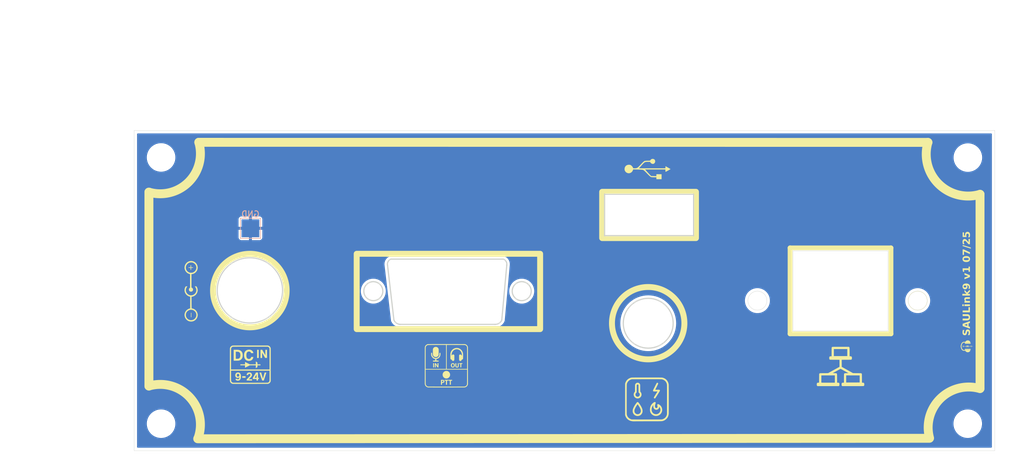
<source format=kicad_pcb>
(kicad_pcb (version 20240108) (generator "pcbnew") (generator_version "8.0")
  (layers (0 "F.Cu" signal) (31 "B.Cu" signal) (34 "B.Paste" user) (35 "F.Paste" user) (36 "B.SilkS" user "B.Silkscreen") (37 "F.SilkS" user "F.Silkscreen") (38 "B.Mask" user) (39 "F.Mask" user) (44 "Edge.Cuts" user))
  (net 0 "")
  (net 1 "GND")
  (footprint "LOGO" (layer "F.Cu") (at 133.1 109.7)
    (property "Reference" "G4" (hide yes))
    (property "Value" "LOGO" (hide yes))
  )
  (footprint "LOGO" (layer "F.Cu") (at 100.1 109.5)
    (property "Reference" "G2" (hide yes))
    (property "Value" "LOGO" (hide yes))
  )
  (footprint "MountingHole:MountingHole_4.3mm_M4" (layer "F.Cu") (at 85.05 119.45)
    (property "Reference" "REF4" (hide yes))
    (property "Value" "MountingHole_4.3mm_M4")
    (pad "" np_thru_hole circle (at 0 0) (size 4.3 4.3) (drill 4.3) (layers "F&B.Cu" "*.Mask"))
  )
  (footprint "LOGO" (layer "F.Cu") (at 90.1 97 90)
    (property "Reference" "G2" (hide yes))
    (property "Value" "LOGO" (hide yes))
  )
  (footprint "MountingHole:MountingHole_4.3mm_M4" (layer "F.Cu") (at 220.95 74.575)
    (property "Reference" "REF2" (hide yes))
    (property "Value" "MountingHole_4.3mm_M4")
    (pad "" np_thru_hole circle (at 0 0) (size 4.3 4.3) (drill 4.3) (layers "F&B.Cu" "*.Mask"))
  )
  (footprint "LOGO" (layer "F.Cu") (at 199.5 109.8)
    (property "Reference" "G4" (hide yes))
    (property "Value" "LOGO" (hide yes))
  )
  (footprint "LOGO" (layer "F.Cu") (at 220.75 106.4 90)
    (property "Reference" "G2" (hide yes))
    (property "Value" "LOGO" (hide yes))
  )
  (footprint "MountingHole:MountingHole_4.3mm_M4" (layer "F.Cu") (at 85.05 74.55)
    (property "Reference" "REF1" (hide yes))
    (property "Value" "MountingHole_4.3mm_M4")
    (pad "" np_thru_hole circle (at 0 0) (size 4.3 4.3) (drill 4.3) (layers "F&B.Cu" "*.Mask"))
  )
  (footprint "LOGO" (layer "F.Cu") (at 166.9 115.31)
    (property "Reference" "G7" (hide yes))
    (property "Value" "LOGO" (hide yes))
  )
  (footprint "LOGO" (layer "F.Cu") (at 167 76.5)
    (property "Reference" "G21" (hide yes))
    (property "Value" "LOGO" (hide yes))
  )
  (footprint "MountingHole:MountingHole_4.3mm_M4" (layer "F.Cu") (at 220.93 119.45)
    (property "Reference" "REF3" (hide yes))
    (property "Value" "MountingHole_4.3mm_M4")
    (pad "" np_thru_hole circle (at 0 0) (size 4.3 4.3) (drill 4.3) (layers "F&B.Cu" "*.Mask"))
  )
  (footprint "TestPoint:TestPoint_Pad_3.0x3.0mm" (layer "B.Cu") (at 100.1 86.5 180)
    (property "Reference" "GND" (at 0 2.398 180) (layer "B.SilkS") (effects (justify mirror)))
    (property "Value" "TestPoint")
    (pad "1" smd rect (at 0 0 180) (size 3 3) (layers "B.Cu" "B.Mask") (net 1 "GND"))
  )
  (gr_arc (start 214.500001 121.87) (mid 216.310646 115.222323) (end 222.99032 113.533539) (stroke (width 1.5)) (layer "F.SilkS"))
  (gr_rect (start 159.35 80.35) (end 175.15 88.15) (stroke (width 1)) (fill none) (layer "F.SilkS"))
  (gr_arc (start 223 80.77307) (mid 216.011784 78.999218) (end 214.22254 72.014928) (stroke (width 1.5)) (layer "F.SilkS"))
  (gr_arc (start 83 113.096195) (mid 89.856114 114.97569) (end 91.256388 121.945484) (stroke (width 1.5)) (layer "F.SilkS"))
  (gr_line (start 208 104.3) (end 191 104.3) (stroke (width 0.8)) (layer "F.SilkS"))
  (gr_line (start 191 104.3) (end 191 89.8) (stroke (width 0.8)) (layer "F.SilkS"))
  (gr_circle (center 100 97) (end 106.2 97) (stroke (width 1)) (fill none) (layer "F.SilkS"))
  (gr_line (start 83 80.403806) (end 83 113.096194) (stroke (width 1.5)) (layer "F.SilkS"))
  (gr_line (start 214.22254 72.014928) (end 91.403806 72) (stroke (width 1.5)) (layer "F.SilkS"))
  (gr_line (start 191 89.8) (end 208 89.8) (stroke (width 0.8)) (layer "F.SilkS"))
  (gr_line (start 223 80.77307) (end 223 113.500001) (stroke (width 1.5)) (layer "F.SilkS"))
  (gr_circle (center 212.5 98.7) (end 214.1 98.7) (stroke (width 0.05)) (fill none) (layer "F.SilkS"))
  (gr_arc (start 91.403806 72) (mid 89.693087 78.693087) (end 83 80.403806) (stroke (width 1.5)) (layer "F.SilkS"))
  (gr_rect (start 118 90.8) (end 148.9 103.5) (stroke (width 1)) (fill none) (layer "F.SilkS"))
  (gr_circle (center 167.1 102.5) (end 173.2 102.5) (stroke (width 1)) (fill none) (layer "F.SilkS"))
  (gr_line (start 208 89.8) (end 208 104.3) (stroke (width 0.8)) (layer "F.SilkS"))
  (gr_line (start 214.463612 121.914516) (end 91.22 121.99) (stroke (width 1.5)) (layer "F.SilkS"))
  (gr_circle (center 100.01 96.97) (end 105.51 96.97) (stroke (width 0.2)) (fill none) (layer "Edge.Cuts"))
  (gr_arc (start 142.439742 101.966814) (mid 141.984305 102.511296) (end 141.3 102.7) (stroke (width 0.2)) (layer "Edge.Cuts"))
  (gr_rect (start 191.5 90.3) (end 207.5 103.8) (stroke (width 0.05)) (fill none) (layer "Edge.Cuts"))
  (gr_arc (start 123.193338 92.702638) (mid 123.3 92.1) (end 123.760614 91.697031) (stroke (width 0.2)) (layer "Edge.Cuts"))
  (gr_circle (center 167.11 102.51) (end 171.31 102.51) (stroke (width 0.2)) (fill none) (layer "Edge.Cuts"))
  (gr_line (start 125.3 102.699999) (end 141.3 102.7) (stroke (width 0.2)) (layer "Edge.Cuts"))
  (gr_line (start 142.439742 101.966814) (end 143.28 92.71) (stroke (width 0.2)) (layer "Edge.Cuts"))
  (gr_rect (start 159.75 80.75) (end 174.75 87.75) (stroke (width 0.2)) (fill none) (layer "Edge.Cuts"))
  (gr_circle (center 145.8 97.1) (end 147.4 97.1) (stroke (width 0.2)) (fill none) (layer "Edge.Cuts"))
  (gr_line (start 123.760614 91.697031) (end 142.706733 91.7) (stroke (width 0.2)) (layer "Edge.Cuts"))
  (gr_circle (center 120.8 97.1) (end 122.4 97.1) (stroke (width 0.2)) (fill none) (layer "Edge.Cuts"))
  (gr_arc (start 125.3 102.699999) (mid 124.682185 102.48041) (end 124.273766 101.967469) (stroke (width 0.2)) (layer "Edge.Cuts"))
  (gr_arc (start 142.71 91.7) (mid 143.170614 92.102969) (end 143.277276 92.705607) (stroke (width 0.2)) (layer "Edge.Cuts"))
  (gr_line (start 124.273766 101.967469) (end 123.193338 92.702638) (stroke (width 0.2)) (layer "Edge.Cuts"))
  (gr_circle (center 185.5 98.7) (end 187.1 98.7) (stroke (width 0.05)) (fill none) (layer "Edge.Cuts"))
  (gr_circle (center 212.5 98.7) (end 214.1 98.7) (stroke (width 0.05)) (fill none) (layer "Edge.Cuts"))
  (gr_rect (start 80.5 70) (end 225.5 124) (stroke (width 0.05)) (fill none) (layer "Edge.Cuts"))
  (gr_text "SAULink9 v1 07/25" (at 221.5 104.65 90) (layer "F.SilkS") (effects (font (size 1.2 1.2) (thickness 0.2) (bold yes)) (justify left bottom)))
  (zone (net 1) (net_name "GND") (layer "B.Cu") (connect_pads (clearance 0.5)) (min_thickness 0.25) (fill yes (thermal_gap 0.5) (thermal_bridge_width 0.5))
    (polygon (pts (xy 80.5 70) (xy 225.5 70) (xy 225.5 124) (xy 80.5 124)))
  )
)
</source>
